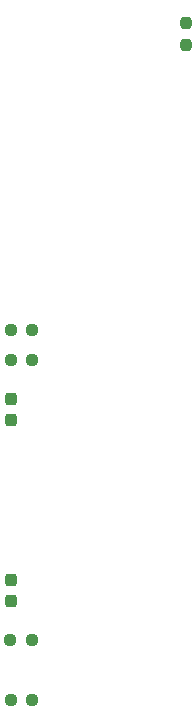
<source format=gbp>
G04 #@! TF.GenerationSoftware,KiCad,Pcbnew,6.0.9-8da3e8f707~116~ubuntu20.04.1*
G04 #@! TF.CreationDate,2023-03-08T00:07:42+01:00*
G04 #@! TF.ProjectId,clocks_pmod,636c6f63-6b73-45f7-906d-6f642e6b6963,rev?*
G04 #@! TF.SameCoordinates,Original*
G04 #@! TF.FileFunction,Paste,Bot*
G04 #@! TF.FilePolarity,Positive*
%FSLAX46Y46*%
G04 Gerber Fmt 4.6, Leading zero omitted, Abs format (unit mm)*
G04 Created by KiCad (PCBNEW 6.0.9-8da3e8f707~116~ubuntu20.04.1) date 2023-03-08 00:07:42*
%MOMM*%
%LPD*%
G01*
G04 APERTURE LIST*
G04 Aperture macros list*
%AMRoundRect*
0 Rectangle with rounded corners*
0 $1 Rounding radius*
0 $2 $3 $4 $5 $6 $7 $8 $9 X,Y pos of 4 corners*
0 Add a 4 corners polygon primitive as box body*
4,1,4,$2,$3,$4,$5,$6,$7,$8,$9,$2,$3,0*
0 Add four circle primitives for the rounded corners*
1,1,$1+$1,$2,$3*
1,1,$1+$1,$4,$5*
1,1,$1+$1,$6,$7*
1,1,$1+$1,$8,$9*
0 Add four rect primitives between the rounded corners*
20,1,$1+$1,$2,$3,$4,$5,0*
20,1,$1+$1,$4,$5,$6,$7,0*
20,1,$1+$1,$6,$7,$8,$9,0*
20,1,$1+$1,$8,$9,$2,$3,0*%
G04 Aperture macros list end*
%ADD10RoundRect,0.237500X0.250000X0.237500X-0.250000X0.237500X-0.250000X-0.237500X0.250000X-0.237500X0*%
%ADD11RoundRect,0.237500X0.237500X-0.300000X0.237500X0.300000X-0.237500X0.300000X-0.237500X-0.300000X0*%
%ADD12RoundRect,0.237500X0.237500X-0.250000X0.237500X0.250000X-0.237500X0.250000X-0.237500X-0.250000X0*%
%ADD13RoundRect,0.237500X-0.237500X0.300000X-0.237500X-0.300000X0.237500X-0.300000X0.237500X0.300000X0*%
G04 APERTURE END LIST*
D10*
X86002500Y-124079000D03*
X84177500Y-124079000D03*
X86026000Y-100330000D03*
X84201000Y-100330000D03*
D11*
X84201000Y-105410000D03*
X84201000Y-103685000D03*
D10*
X86026000Y-97790000D03*
X84201000Y-97790000D03*
X86026000Y-129159000D03*
X84201000Y-129159000D03*
D12*
X99060000Y-73660000D03*
X99060000Y-71835000D03*
D13*
X84201000Y-118999000D03*
X84201000Y-120724000D03*
M02*

</source>
